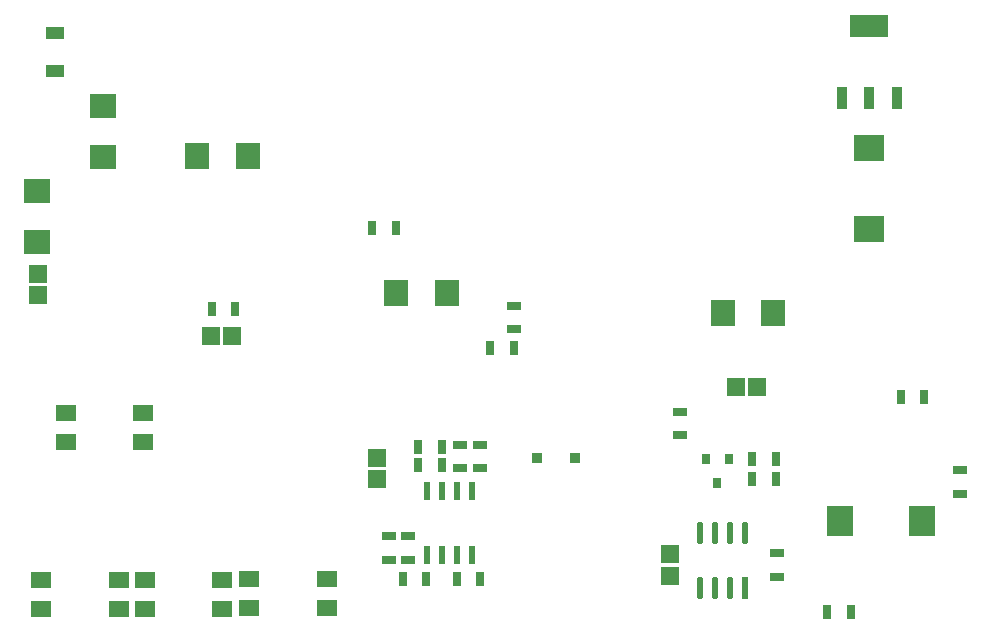
<source format=gbr>
%TF.GenerationSoftware,Altium Limited,Altium Designer,21.6.4 (81)*%
G04 Layer_Color=128*
%FSLAX43Y43*%
%MOMM*%
%TF.SameCoordinates,3FCC9EDD-E33D-4AE7-AC82-89E58AA9E509*%
%TF.FilePolarity,Positive*%
%TF.FileFunction,Paste,Bot*%
%TF.Part,Single*%
G01*
G75*
%TA.AperFunction,SMDPad,CuDef*%
%ADD56R,1.800X1.450*%
%ADD57R,0.900X0.950*%
%ADD58R,0.800X1.250*%
%ADD59R,2.500X2.200*%
%ADD60R,0.950X1.900*%
%ADD61R,3.250X1.900*%
%ADD62R,0.800X0.900*%
%ADD63R,0.600X1.500*%
%ADD64R,2.200X2.500*%
%ADD65R,1.250X0.800*%
%TA.AperFunction,TestPad*%
%ADD66R,2.000X2.300*%
%TA.AperFunction,SMDPad,CuDef*%
%ADD67R,2.300X2.000*%
%ADD68R,1.600X1.000*%
%ADD69R,0.543X1.874*%
G04:AMPARAMS|DCode=70|XSize=1.874mm|YSize=0.543mm|CornerRadius=0.272mm|HoleSize=0mm|Usage=FLASHONLY|Rotation=90.000|XOffset=0mm|YOffset=0mm|HoleType=Round|Shape=RoundedRectangle|*
%AMROUNDEDRECTD70*
21,1,1.874,0.000,0,0,90.0*
21,1,1.331,0.543,0,0,90.0*
1,1,0.543,0.000,0.665*
1,1,0.543,0.000,-0.665*
1,1,0.543,0.000,-0.665*
1,1,0.543,0.000,0.665*
%
%ADD70ROUNDEDRECTD70*%
%ADD71R,1.556X1.505*%
%ADD72R,2.000X2.300*%
%ADD73R,1.505X1.556*%
D56*
X12346Y18040D02*
D03*
X18896D02*
D03*
X12346Y15590D02*
D03*
X18896D02*
D03*
X19030Y3976D02*
D03*
X25580D02*
D03*
X19030Y1526D02*
D03*
X25580D02*
D03*
X16792D02*
D03*
X10242D02*
D03*
X16792Y3976D02*
D03*
X10242D02*
D03*
X34419Y1579D02*
D03*
X27869D02*
D03*
X34419Y4029D02*
D03*
X27869D02*
D03*
D57*
X52248Y14256D02*
D03*
X55398Y14256D02*
D03*
D58*
X45431Y4029D02*
D03*
X47431D02*
D03*
X50274Y23597D02*
D03*
X48274D02*
D03*
X70447Y12487D02*
D03*
X72447D02*
D03*
X42180Y15214D02*
D03*
X44180D02*
D03*
Y13644D02*
D03*
X42180D02*
D03*
X78800Y1274D02*
D03*
X76800D02*
D03*
X72447Y14173D02*
D03*
X70447D02*
D03*
X85023Y19456D02*
D03*
X83023D02*
D03*
X38268Y33738D02*
D03*
X40268D02*
D03*
X42863Y4068D02*
D03*
X40863D02*
D03*
X24679Y26848D02*
D03*
X26679D02*
D03*
D59*
X80366Y33659D02*
D03*
Y40559D02*
D03*
D60*
X82666Y44753D02*
D03*
X80366D02*
D03*
X78066D02*
D03*
D61*
X80366Y50853D02*
D03*
D62*
X66553Y14173D02*
D03*
X68453D02*
D03*
X67503Y12173D02*
D03*
D63*
X42901Y11467D02*
D03*
X44171D02*
D03*
X45441D02*
D03*
X46711D02*
D03*
X42901Y6067D02*
D03*
X44171D02*
D03*
X45441D02*
D03*
X46711D02*
D03*
D64*
X84781Y8915D02*
D03*
X77881D02*
D03*
D65*
X64338Y18200D02*
D03*
Y16200D02*
D03*
X47396Y13406D02*
D03*
Y15406D02*
D03*
X39725Y7655D02*
D03*
Y5655D02*
D03*
X41300Y7659D02*
D03*
Y5659D02*
D03*
X88074Y13243D02*
D03*
Y11243D02*
D03*
X72543Y6235D02*
D03*
Y4235D02*
D03*
X45669Y15406D02*
D03*
Y13406D02*
D03*
X50274Y27162D02*
D03*
Y25162D02*
D03*
D66*
X67929Y26543D02*
D03*
X72229D02*
D03*
D67*
X9906Y32588D02*
D03*
Y36888D02*
D03*
X15443Y39735D02*
D03*
Y44035D02*
D03*
D68*
X11430Y47066D02*
D03*
Y50266D02*
D03*
D69*
X69799Y3293D02*
D03*
D70*
X68529D02*
D03*
X67259D02*
D03*
X65989D02*
D03*
Y7925D02*
D03*
X67259D02*
D03*
X68529D02*
D03*
X69799D02*
D03*
D71*
X63491Y6119D02*
D03*
Y4317D02*
D03*
X9982Y29882D02*
D03*
Y28081D02*
D03*
X38710Y14261D02*
D03*
Y12460D02*
D03*
D72*
X23428Y39853D02*
D03*
X27728D02*
D03*
X40287Y28256D02*
D03*
X44587D02*
D03*
D73*
X69051Y20269D02*
D03*
X70852D02*
D03*
X26428Y24587D02*
D03*
X24626D02*
D03*
%TF.MD5,905d1cdf663d491c6fb184f2d647b3ff*%
M02*

</source>
